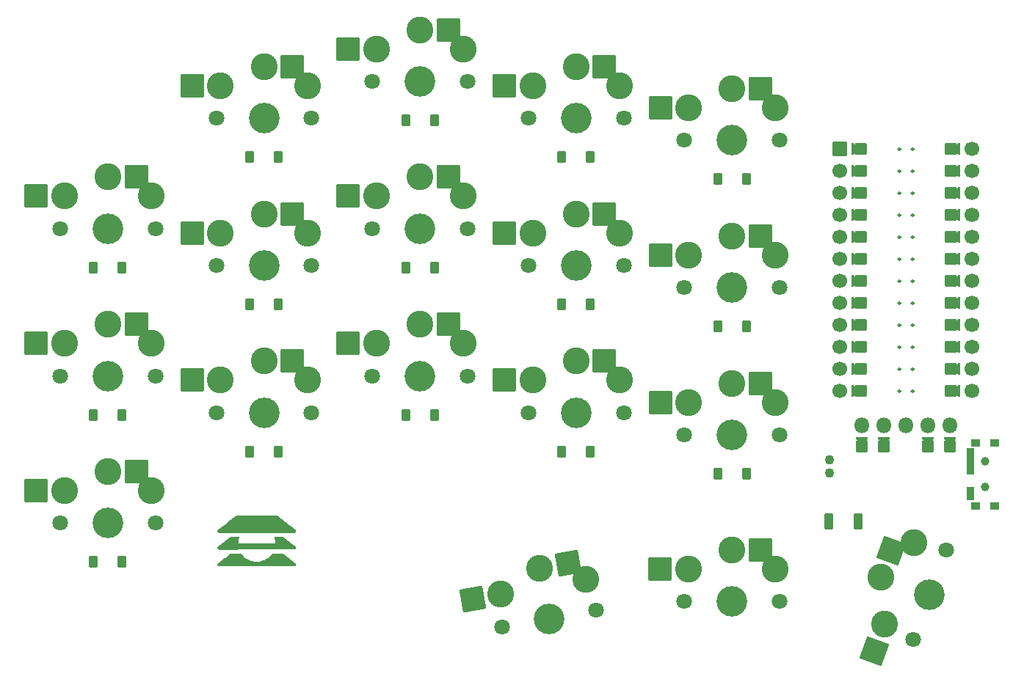
<source format=gbr>
%TF.GenerationSoftware,KiCad,Pcbnew,(6.0.9-0)*%
%TF.CreationDate,2022-12-29T18:14:32+01:00*%
%TF.ProjectId,beamer,6265616d-6572-42e6-9b69-6361645f7063,v1.0.0*%
%TF.SameCoordinates,Original*%
%TF.FileFunction,Soldermask,Top*%
%TF.FilePolarity,Negative*%
%FSLAX46Y46*%
G04 Gerber Fmt 4.6, Leading zero omitted, Abs format (unit mm)*
G04 Created by KiCad (PCBNEW (6.0.9-0)) date 2022-12-29 18:14:32*
%MOMM*%
%LPD*%
G01*
G04 APERTURE LIST*
G04 Aperture macros list*
%AMRoundRect*
0 Rectangle with rounded corners*
0 $1 Rounding radius*
0 $2 $3 $4 $5 $6 $7 $8 $9 X,Y pos of 4 corners*
0 Add a 4 corners polygon primitive as box body*
4,1,4,$2,$3,$4,$5,$6,$7,$8,$9,$2,$3,0*
0 Add four circle primitives for the rounded corners*
1,1,$1+$1,$2,$3*
1,1,$1+$1,$4,$5*
1,1,$1+$1,$6,$7*
1,1,$1+$1,$8,$9*
0 Add four rect primitives between the rounded corners*
20,1,$1+$1,$2,$3,$4,$5,0*
20,1,$1+$1,$4,$5,$6,$7,0*
20,1,$1+$1,$6,$7,$8,$9,0*
20,1,$1+$1,$8,$9,$2,$3,0*%
%AMFreePoly0*
4,1,14,0.635355,0.435355,0.650000,0.400000,0.650000,0.200000,0.635355,0.164645,0.035355,-0.435355,0.000000,-0.450000,-0.035355,-0.435355,-0.635355,0.164645,-0.650000,0.200000,-0.650000,0.400000,-0.635355,0.435355,-0.600000,0.450000,0.600000,0.450000,0.635355,0.435355,0.635355,0.435355,$1*%
%AMFreePoly1*
4,1,16,0.635355,1.035355,0.650000,1.000000,0.650000,-0.250000,0.635355,-0.285355,0.600000,-0.300000,-0.600000,-0.300000,-0.635355,-0.285355,-0.650000,-0.250000,-0.650000,1.000000,-0.635355,1.035355,-0.600000,1.050000,-0.564645,1.035355,0.000000,0.470710,0.564645,1.035355,0.600000,1.050000,0.635355,1.035355,0.635355,1.035355,$1*%
G04 Aperture macros list end*
%ADD10C,0.250000*%
%ADD11C,0.100000*%
%ADD12C,3.529000*%
%ADD13C,1.801800*%
%ADD14C,3.100000*%
%ADD15RoundRect,0.050000X-1.300000X-1.300000X1.300000X-1.300000X1.300000X1.300000X-1.300000X1.300000X0*%
%ADD16RoundRect,0.050000X0.450000X0.600000X-0.450000X0.600000X-0.450000X-0.600000X0.450000X-0.600000X0*%
%ADD17RoundRect,0.050000X-1.054507X-1.505993X1.505993X-1.054507X1.054507X1.505993X-1.505993X1.054507X0*%
%ADD18RoundRect,0.050000X0.776974X-1.666227X1.666227X0.776974X-0.776974X1.666227X-1.666227X-0.776974X0*%
%ADD19C,1.700000*%
%ADD20FreePoly0,90.000000*%
%ADD21FreePoly1,90.000000*%
%ADD22RoundRect,0.050000X-0.800000X0.800000X-0.800000X-0.800000X0.800000X-0.800000X0.800000X0.800000X0*%
%ADD23FreePoly1,270.000000*%
%ADD24FreePoly0,270.000000*%
%ADD25O,1.800000X1.800000*%
%ADD26FreePoly0,0.000000*%
%ADD27FreePoly1,0.000000*%
%ADD28C,1.000000*%
%ADD29RoundRect,0.050000X-0.350000X-0.750000X0.350000X-0.750000X0.350000X0.750000X-0.350000X0.750000X0*%
%ADD30RoundRect,0.050000X-0.500000X-0.400000X0.500000X-0.400000X0.500000X0.400000X-0.500000X0.400000X0*%
%ADD31RoundRect,0.050000X-0.450000X-0.850000X0.450000X-0.850000X0.450000X0.850000X-0.450000X0.850000X0*%
%ADD32C,1.100000*%
G04 APERTURE END LIST*
%TO.C,*%
G36*
X176507660Y-160188672D02*
G01*
X176629796Y-160188818D01*
X176735254Y-160189172D01*
X176825536Y-160189842D01*
X176902146Y-160190938D01*
X176966588Y-160192570D01*
X177020364Y-160194846D01*
X177064977Y-160197876D01*
X177101930Y-160201769D01*
X177132728Y-160206634D01*
X177158872Y-160212581D01*
X177181867Y-160219718D01*
X177203214Y-160228156D01*
X177224418Y-160238003D01*
X177230964Y-160241242D01*
X177253984Y-160254728D01*
X177288388Y-160277477D01*
X177331308Y-160307463D01*
X177379873Y-160342662D01*
X177431213Y-160381049D01*
X177456112Y-160400098D01*
X177624722Y-160530194D01*
X177779253Y-160649581D01*
X177920093Y-160758566D01*
X178047628Y-160857453D01*
X178162247Y-160946547D01*
X178264338Y-161026153D01*
X178354288Y-161096577D01*
X178432484Y-161158123D01*
X178499316Y-161211096D01*
X178555169Y-161255801D01*
X178600433Y-161292543D01*
X178635495Y-161321627D01*
X178660742Y-161343358D01*
X178676562Y-161358042D01*
X178682763Y-161365023D01*
X178698242Y-161394418D01*
X178711297Y-161430339D01*
X178715132Y-161445497D01*
X178718463Y-161503449D01*
X178705671Y-161559564D01*
X178678750Y-161610519D01*
X178639698Y-161652987D01*
X178590512Y-161683643D01*
X178566967Y-161692299D01*
X178562051Y-161693405D01*
X178554637Y-161694453D01*
X178544247Y-161695443D01*
X178530405Y-161696378D01*
X178512636Y-161697259D01*
X178490461Y-161698087D01*
X178463405Y-161698864D01*
X178430991Y-161699592D01*
X178392743Y-161700271D01*
X178348184Y-161700903D01*
X178296837Y-161701490D01*
X178238226Y-161702034D01*
X178171875Y-161702535D01*
X178097307Y-161702995D01*
X178014045Y-161703416D01*
X177921612Y-161703799D01*
X177819533Y-161704145D01*
X177707331Y-161704457D01*
X177584529Y-161704735D01*
X177450651Y-161704982D01*
X177305220Y-161705197D01*
X177147759Y-161705384D01*
X176977793Y-161705543D01*
X176794844Y-161705676D01*
X176598436Y-161705785D01*
X176388092Y-161705870D01*
X176163336Y-161705934D01*
X175923692Y-161705978D01*
X175668683Y-161706003D01*
X175397832Y-161706011D01*
X175110662Y-161706003D01*
X174806698Y-161705981D01*
X174485463Y-161705946D01*
X174177489Y-161705904D01*
X173838736Y-161705850D01*
X173517695Y-161705787D01*
X173213899Y-161705716D01*
X172926876Y-161705633D01*
X172656159Y-161705538D01*
X172401279Y-161705428D01*
X172161766Y-161705303D01*
X171937151Y-161705161D01*
X171726965Y-161705001D01*
X171530740Y-161704820D01*
X171348005Y-161704618D01*
X171178292Y-161704393D01*
X171021132Y-161704143D01*
X170876056Y-161703867D01*
X170742594Y-161703563D01*
X170620278Y-161703230D01*
X170508639Y-161702867D01*
X170407207Y-161702471D01*
X170315513Y-161702042D01*
X170233089Y-161701577D01*
X170159464Y-161701076D01*
X170094171Y-161700536D01*
X170036740Y-161699957D01*
X169986701Y-161699337D01*
X169943587Y-161698673D01*
X169906927Y-161697966D01*
X169876253Y-161697213D01*
X169851095Y-161696412D01*
X169830985Y-161695563D01*
X169815454Y-161694663D01*
X169804031Y-161693712D01*
X169796249Y-161692707D01*
X169792050Y-161691781D01*
X169745224Y-161668934D01*
X169708415Y-161638564D01*
X169671578Y-161589989D01*
X169649929Y-161535175D01*
X169643786Y-161477517D01*
X169653470Y-161420410D01*
X169679300Y-161367250D01*
X169682431Y-161362770D01*
X169693722Y-161351517D01*
X169718270Y-161330222D01*
X169754850Y-161299838D01*
X169802234Y-161261312D01*
X169859197Y-161215595D01*
X169924511Y-161163637D01*
X169996950Y-161106388D01*
X170075288Y-161044797D01*
X170158298Y-160979814D01*
X170244753Y-160912388D01*
X170333427Y-160843471D01*
X170423094Y-160774011D01*
X170512527Y-160704958D01*
X170600499Y-160637262D01*
X170685784Y-160571874D01*
X170767156Y-160509742D01*
X170843387Y-160451816D01*
X170913252Y-160399047D01*
X170975524Y-160352383D01*
X171028976Y-160312776D01*
X171072381Y-160281174D01*
X171104514Y-160258528D01*
X171124148Y-160245786D01*
X171126565Y-160244460D01*
X171148513Y-160233567D01*
X171169852Y-160224199D01*
X171192090Y-160216239D01*
X171216733Y-160209572D01*
X171245287Y-160204082D01*
X171279259Y-160199655D01*
X171320155Y-160196175D01*
X171369483Y-160193526D01*
X171428748Y-160191594D01*
X171499457Y-160190263D01*
X171583117Y-160189417D01*
X171681234Y-160188942D01*
X171795314Y-160188721D01*
X171855164Y-160188672D01*
X172383461Y-160188355D01*
X172452042Y-160281822D01*
X172573756Y-160432624D01*
X172708325Y-160571386D01*
X172854510Y-160697317D01*
X173011068Y-160809621D01*
X173176760Y-160907506D01*
X173350344Y-160990177D01*
X173530579Y-161056841D01*
X173716224Y-161106704D01*
X173754139Y-161114640D01*
X173831230Y-161129199D01*
X173899175Y-161139915D01*
X173963541Y-161147310D01*
X174029897Y-161151908D01*
X174103809Y-161154233D01*
X174181412Y-161154815D01*
X174374959Y-161147236D01*
X174560253Y-161124182D01*
X174739317Y-161085180D01*
X174914174Y-161029753D01*
X175086846Y-160957427D01*
X175146976Y-160928116D01*
X175312201Y-160834883D01*
X175469915Y-160726339D01*
X175618034Y-160604244D01*
X175754474Y-160470359D01*
X175877150Y-160326446D01*
X175909195Y-160283985D01*
X175979363Y-160188355D01*
X176507660Y-160188672D01*
G37*
G36*
X176520919Y-158251338D02*
G01*
X176598374Y-158251746D01*
X176677282Y-158252338D01*
X176755553Y-158253098D01*
X176831096Y-158254012D01*
X176901820Y-158255064D01*
X176965635Y-158256238D01*
X177020449Y-158257520D01*
X177064172Y-158258892D01*
X177094714Y-158260341D01*
X177109288Y-158261712D01*
X177128470Y-158265397D01*
X177146840Y-158269715D01*
X177165340Y-158275322D01*
X177184913Y-158282872D01*
X177206503Y-158293020D01*
X177231053Y-158306420D01*
X177259504Y-158323727D01*
X177292802Y-158345595D01*
X177331888Y-158372680D01*
X177377705Y-158405635D01*
X177431197Y-158445116D01*
X177493307Y-158491777D01*
X177564978Y-158546273D01*
X177647152Y-158609258D01*
X177740773Y-158681388D01*
X177846784Y-158763316D01*
X177966128Y-158855698D01*
X177976473Y-158863709D01*
X178092652Y-158953717D01*
X178195297Y-159033331D01*
X178285272Y-159103256D01*
X178363446Y-159164196D01*
X178430685Y-159216855D01*
X178487856Y-159261938D01*
X178535825Y-159300148D01*
X178575459Y-159332190D01*
X178607626Y-159358769D01*
X178633192Y-159380588D01*
X178653023Y-159398352D01*
X178667987Y-159412764D01*
X178678950Y-159424530D01*
X178686779Y-159434353D01*
X178692341Y-159442937D01*
X178694655Y-159447203D01*
X178714252Y-159504137D01*
X178717471Y-159562764D01*
X178705249Y-159619659D01*
X178678523Y-159671396D01*
X178638229Y-159714549D01*
X178617524Y-159729264D01*
X178573747Y-159756537D01*
X174190035Y-159758838D01*
X169806322Y-159761138D01*
X169757504Y-159735716D01*
X169709741Y-159701302D01*
X169674528Y-159656177D01*
X169652676Y-159603516D01*
X169644999Y-159546494D01*
X169652310Y-159488286D01*
X169675421Y-159432068D01*
X169678458Y-159426963D01*
X169688381Y-159416890D01*
X169711561Y-159396744D01*
X169746784Y-159367465D01*
X169792841Y-159329993D01*
X169848519Y-159285267D01*
X169912607Y-159234229D01*
X169983895Y-159177817D01*
X170061169Y-159116971D01*
X170143220Y-159052632D01*
X170228835Y-158985740D01*
X170316803Y-158917233D01*
X170405914Y-158848053D01*
X170494955Y-158779139D01*
X170582715Y-158711431D01*
X170667983Y-158645869D01*
X170749547Y-158583393D01*
X170826197Y-158524943D01*
X170896720Y-158471459D01*
X170959906Y-158423880D01*
X171014542Y-158383147D01*
X171059418Y-158350199D01*
X171093323Y-158325977D01*
X171115044Y-158311420D01*
X171119634Y-158308734D01*
X171143074Y-158296581D01*
X171165510Y-158286306D01*
X171188657Y-158277752D01*
X171214229Y-158270760D01*
X171243938Y-158265173D01*
X171279498Y-158260833D01*
X171322622Y-158257583D01*
X171375025Y-158255265D01*
X171438419Y-158253722D01*
X171514517Y-158252795D01*
X171605034Y-158252327D01*
X171711683Y-158252160D01*
X171734657Y-158252149D01*
X171838394Y-158252201D01*
X171925214Y-158252459D01*
X171996380Y-158252957D01*
X172053157Y-158253728D01*
X172096809Y-158254804D01*
X172128599Y-158256219D01*
X172149791Y-158258006D01*
X172161650Y-158260198D01*
X172165439Y-158262827D01*
X172165345Y-158263396D01*
X172123834Y-158387096D01*
X172089144Y-158522050D01*
X172062418Y-158662240D01*
X172044801Y-158801646D01*
X172037435Y-158934249D01*
X172037404Y-158936501D01*
X172035957Y-159047446D01*
X176326867Y-159047446D01*
X176325152Y-158931910D01*
X176317111Y-158792119D01*
X176297764Y-158645828D01*
X176268293Y-158499749D01*
X176229883Y-158360595D01*
X176218242Y-158325399D01*
X176207336Y-158293311D01*
X176199185Y-158268663D01*
X176195219Y-158255798D01*
X176195048Y-158254945D01*
X176203790Y-158253629D01*
X176228619Y-158252606D01*
X176267447Y-158251860D01*
X176318181Y-158251376D01*
X176378732Y-158251138D01*
X176447008Y-158251130D01*
X176520919Y-158251338D01*
G37*
G36*
X173079915Y-155816562D02*
G01*
X173248958Y-155816674D01*
X173433089Y-155816849D01*
X173632991Y-155817070D01*
X173849344Y-155817324D01*
X174082831Y-155817595D01*
X174215683Y-155817742D01*
X176463230Y-155820173D01*
X176522321Y-155840298D01*
X176563004Y-155856368D01*
X176605756Y-155876640D01*
X176631412Y-155890865D01*
X176643623Y-155899473D01*
X176669172Y-155918435D01*
X176707033Y-155946959D01*
X176756179Y-155984254D01*
X176815584Y-156029527D01*
X176884222Y-156081986D01*
X176961066Y-156140840D01*
X177045090Y-156205295D01*
X177135268Y-156274560D01*
X177230573Y-156347844D01*
X177329980Y-156424353D01*
X177432462Y-156503295D01*
X177536992Y-156583880D01*
X177642544Y-156665313D01*
X177748092Y-156746805D01*
X177852610Y-156827561D01*
X177955071Y-156906791D01*
X178054449Y-156983702D01*
X178149718Y-157057502D01*
X178239851Y-157127400D01*
X178323823Y-157192602D01*
X178400606Y-157252317D01*
X178469175Y-157305753D01*
X178528502Y-157352117D01*
X178577563Y-157390619D01*
X178615330Y-157420464D01*
X178640778Y-157440862D01*
X178652699Y-157450853D01*
X178687048Y-157494199D01*
X178709090Y-157546703D01*
X178717968Y-157603529D01*
X178712822Y-157659840D01*
X178697345Y-157702612D01*
X178670903Y-157741568D01*
X178635825Y-157776856D01*
X178597610Y-157803596D01*
X178570692Y-157814972D01*
X178560752Y-157815800D01*
X178536914Y-157816586D01*
X178498991Y-157817331D01*
X178446796Y-157818036D01*
X178380141Y-157818701D01*
X178298838Y-157819326D01*
X178202700Y-157819912D01*
X178091539Y-157820460D01*
X177965168Y-157820969D01*
X177823399Y-157821440D01*
X177666045Y-157821873D01*
X177492918Y-157822269D01*
X177303830Y-157822628D01*
X177098594Y-157822951D01*
X176877023Y-157823238D01*
X176638928Y-157823489D01*
X176384123Y-157823705D01*
X176112420Y-157823886D01*
X175823631Y-157824033D01*
X175517568Y-157824146D01*
X175194045Y-157824225D01*
X174852874Y-157824271D01*
X174493866Y-157824284D01*
X174176867Y-157824269D01*
X173834841Y-157824236D01*
X173510546Y-157824191D01*
X173203527Y-157824133D01*
X172913332Y-157824060D01*
X172639510Y-157823972D01*
X172381607Y-157823868D01*
X172139171Y-157823744D01*
X171911749Y-157823602D01*
X171698890Y-157823438D01*
X171500140Y-157823252D01*
X171315048Y-157823042D01*
X171143160Y-157822808D01*
X170984025Y-157822547D01*
X170837189Y-157822259D01*
X170702200Y-157821942D01*
X170578607Y-157821594D01*
X170465956Y-157821215D01*
X170363794Y-157820804D01*
X170271671Y-157820357D01*
X170189132Y-157819876D01*
X170115726Y-157819357D01*
X170050999Y-157818801D01*
X169994501Y-157818204D01*
X169945777Y-157817567D01*
X169904377Y-157816888D01*
X169869846Y-157816165D01*
X169841733Y-157815397D01*
X169819586Y-157814583D01*
X169802951Y-157813722D01*
X169791377Y-157812812D01*
X169784411Y-157811851D01*
X169782546Y-157811363D01*
X169732729Y-157784728D01*
X169693536Y-157746124D01*
X169665618Y-157698785D01*
X169649625Y-157645944D01*
X169646206Y-157590833D01*
X169656010Y-157536686D01*
X169679689Y-157486735D01*
X169710125Y-157450979D01*
X169720328Y-157442665D01*
X169744094Y-157423928D01*
X169780571Y-157395427D01*
X169828908Y-157357822D01*
X169888252Y-157311770D01*
X169957752Y-157257931D01*
X170036556Y-157196963D01*
X170123812Y-157129525D01*
X170218668Y-157056276D01*
X170320274Y-156977875D01*
X170427776Y-156894981D01*
X170540323Y-156808251D01*
X170657064Y-156718346D01*
X170726865Y-156664616D01*
X170872014Y-156553023D01*
X171008212Y-156448550D01*
X171134983Y-156351555D01*
X171251852Y-156262397D01*
X171358343Y-156181434D01*
X171453980Y-156109027D01*
X171538288Y-156045533D01*
X171610791Y-155991311D01*
X171671014Y-155946721D01*
X171718480Y-155912121D01*
X171752716Y-155887869D01*
X171773244Y-155874326D01*
X171776865Y-155872300D01*
X171788310Y-155866335D01*
X171798481Y-155860799D01*
X171808060Y-155855676D01*
X171817729Y-155850951D01*
X171828170Y-155846608D01*
X171840065Y-155842634D01*
X171854095Y-155839012D01*
X171870942Y-155835726D01*
X171891288Y-155832763D01*
X171915815Y-155830106D01*
X171945204Y-155827741D01*
X171980136Y-155825652D01*
X172021295Y-155823823D01*
X172069361Y-155822240D01*
X172125016Y-155820888D01*
X172188942Y-155819750D01*
X172261821Y-155818812D01*
X172344334Y-155818059D01*
X172437164Y-155817475D01*
X172540991Y-155817046D01*
X172656498Y-155816755D01*
X172784367Y-155816587D01*
X172925279Y-155816528D01*
X173079915Y-155816562D01*
G37*
D10*
X248418000Y-141470000D02*
G75*
G03*
X248418000Y-141470000I-125000J0D01*
G01*
X249942000Y-141470000D02*
G75*
G03*
X249942000Y-141470000I-125000J0D01*
G01*
X248418000Y-138930000D02*
G75*
G03*
X248418000Y-138930000I-125000J0D01*
G01*
X249942000Y-138930000D02*
G75*
G03*
X249942000Y-138930000I-125000J0D01*
G01*
X248418000Y-136390000D02*
G75*
G03*
X248418000Y-136390000I-125000J0D01*
G01*
X249942000Y-136390000D02*
G75*
G03*
X249942000Y-136390000I-125000J0D01*
G01*
X248418000Y-133850000D02*
G75*
G03*
X248418000Y-133850000I-125000J0D01*
G01*
X249942000Y-133850000D02*
G75*
G03*
X249942000Y-133850000I-125000J0D01*
G01*
X248418000Y-131310000D02*
G75*
G03*
X248418000Y-131310000I-125000J0D01*
G01*
X249942000Y-131310000D02*
G75*
G03*
X249942000Y-131310000I-125000J0D01*
G01*
X248418000Y-128770000D02*
G75*
G03*
X248418000Y-128770000I-125000J0D01*
G01*
X249942000Y-128770000D02*
G75*
G03*
X249942000Y-128770000I-125000J0D01*
G01*
X248418000Y-126230000D02*
G75*
G03*
X248418000Y-126230000I-125000J0D01*
G01*
X249942000Y-126230000D02*
G75*
G03*
X249942000Y-126230000I-125000J0D01*
G01*
X248418000Y-123690000D02*
G75*
G03*
X248418000Y-123690000I-125000J0D01*
G01*
X249942000Y-123690000D02*
G75*
G03*
X249942000Y-123690000I-125000J0D01*
G01*
X248418000Y-121150000D02*
G75*
G03*
X248418000Y-121150000I-125000J0D01*
G01*
X249942000Y-121150000D02*
G75*
G03*
X249942000Y-121150000I-125000J0D01*
G01*
X248418000Y-118610000D02*
G75*
G03*
X248418000Y-118610000I-125000J0D01*
G01*
X249942000Y-118610000D02*
G75*
G03*
X249942000Y-118610000I-125000J0D01*
G01*
X249942000Y-116070000D02*
G75*
G03*
X249942000Y-116070000I-125000J0D01*
G01*
X248418000Y-116070000D02*
G75*
G03*
X248418000Y-116070000I-125000J0D01*
G01*
X248418000Y-113530000D02*
G75*
G03*
X248418000Y-113530000I-125000J0D01*
G01*
X249942000Y-113530000D02*
G75*
G03*
X249942000Y-113530000I-125000J0D01*
G01*
G36*
X255151000Y-114038000D02*
G01*
X254135000Y-114038000D01*
X254135000Y-113022000D01*
X255151000Y-113022000D01*
X255151000Y-114038000D01*
G37*
D11*
X255151000Y-114038000D02*
X254135000Y-114038000D01*
X254135000Y-113022000D01*
X255151000Y-113022000D01*
X255151000Y-114038000D01*
G36*
X255151000Y-129278000D02*
G01*
X254135000Y-129278000D01*
X254135000Y-128262000D01*
X255151000Y-128262000D01*
X255151000Y-129278000D01*
G37*
X255151000Y-129278000D02*
X254135000Y-129278000D01*
X254135000Y-128262000D01*
X255151000Y-128262000D01*
X255151000Y-129278000D01*
G36*
X255151000Y-116578000D02*
G01*
X254135000Y-116578000D01*
X254135000Y-115562000D01*
X255151000Y-115562000D01*
X255151000Y-116578000D01*
G37*
X255151000Y-116578000D02*
X254135000Y-116578000D01*
X254135000Y-115562000D01*
X255151000Y-115562000D01*
X255151000Y-116578000D01*
G36*
X255151000Y-119118000D02*
G01*
X254135000Y-119118000D01*
X254135000Y-118102000D01*
X255151000Y-118102000D01*
X255151000Y-119118000D01*
G37*
X255151000Y-119118000D02*
X254135000Y-119118000D01*
X254135000Y-118102000D01*
X255151000Y-118102000D01*
X255151000Y-119118000D01*
G36*
X255151000Y-124198000D02*
G01*
X254135000Y-124198000D01*
X254135000Y-123182000D01*
X255151000Y-123182000D01*
X255151000Y-124198000D01*
G37*
X255151000Y-124198000D02*
X254135000Y-124198000D01*
X254135000Y-123182000D01*
X255151000Y-123182000D01*
X255151000Y-124198000D01*
G36*
X255151000Y-126738000D02*
G01*
X254135000Y-126738000D01*
X254135000Y-125722000D01*
X255151000Y-125722000D01*
X255151000Y-126738000D01*
G37*
X255151000Y-126738000D02*
X254135000Y-126738000D01*
X254135000Y-125722000D01*
X255151000Y-125722000D01*
X255151000Y-126738000D01*
G36*
X255151000Y-134358000D02*
G01*
X254135000Y-134358000D01*
X254135000Y-133342000D01*
X255151000Y-133342000D01*
X255151000Y-134358000D01*
G37*
X255151000Y-134358000D02*
X254135000Y-134358000D01*
X254135000Y-133342000D01*
X255151000Y-133342000D01*
X255151000Y-134358000D01*
G36*
X255151000Y-139438000D02*
G01*
X254135000Y-139438000D01*
X254135000Y-138422000D01*
X255151000Y-138422000D01*
X255151000Y-139438000D01*
G37*
X255151000Y-139438000D02*
X254135000Y-139438000D01*
X254135000Y-138422000D01*
X255151000Y-138422000D01*
X255151000Y-139438000D01*
G36*
X255151000Y-121658000D02*
G01*
X254135000Y-121658000D01*
X254135000Y-120642000D01*
X255151000Y-120642000D01*
X255151000Y-121658000D01*
G37*
X255151000Y-121658000D02*
X254135000Y-121658000D01*
X254135000Y-120642000D01*
X255151000Y-120642000D01*
X255151000Y-121658000D01*
G36*
X255151000Y-131818000D02*
G01*
X254135000Y-131818000D01*
X254135000Y-130802000D01*
X255151000Y-130802000D01*
X255151000Y-131818000D01*
G37*
X255151000Y-131818000D02*
X254135000Y-131818000D01*
X254135000Y-130802000D01*
X255151000Y-130802000D01*
X255151000Y-131818000D01*
G36*
X255151000Y-136898000D02*
G01*
X254135000Y-136898000D01*
X254135000Y-135882000D01*
X255151000Y-135882000D01*
X255151000Y-136898000D01*
G37*
X255151000Y-136898000D02*
X254135000Y-136898000D01*
X254135000Y-135882000D01*
X255151000Y-135882000D01*
X255151000Y-136898000D01*
G36*
X255151000Y-141978000D02*
G01*
X254135000Y-141978000D01*
X254135000Y-140962000D01*
X255151000Y-140962000D01*
X255151000Y-141978000D01*
G37*
X255151000Y-141978000D02*
X254135000Y-141978000D01*
X254135000Y-140962000D01*
X255151000Y-140962000D01*
X255151000Y-141978000D01*
G36*
X243975000Y-141978000D02*
G01*
X242959000Y-141978000D01*
X242959000Y-140962000D01*
X243975000Y-140962000D01*
X243975000Y-141978000D01*
G37*
X243975000Y-141978000D02*
X242959000Y-141978000D01*
X242959000Y-140962000D01*
X243975000Y-140962000D01*
X243975000Y-141978000D01*
G36*
X243975000Y-139438000D02*
G01*
X242959000Y-139438000D01*
X242959000Y-138422000D01*
X243975000Y-138422000D01*
X243975000Y-139438000D01*
G37*
X243975000Y-139438000D02*
X242959000Y-139438000D01*
X242959000Y-138422000D01*
X243975000Y-138422000D01*
X243975000Y-139438000D01*
G36*
X243975000Y-136898000D02*
G01*
X242959000Y-136898000D01*
X242959000Y-135882000D01*
X243975000Y-135882000D01*
X243975000Y-136898000D01*
G37*
X243975000Y-136898000D02*
X242959000Y-136898000D01*
X242959000Y-135882000D01*
X243975000Y-135882000D01*
X243975000Y-136898000D01*
G36*
X243975000Y-134358000D02*
G01*
X242959000Y-134358000D01*
X242959000Y-133342000D01*
X243975000Y-133342000D01*
X243975000Y-134358000D01*
G37*
X243975000Y-134358000D02*
X242959000Y-134358000D01*
X242959000Y-133342000D01*
X243975000Y-133342000D01*
X243975000Y-134358000D01*
G36*
X243975000Y-131818000D02*
G01*
X242959000Y-131818000D01*
X242959000Y-130802000D01*
X243975000Y-130802000D01*
X243975000Y-131818000D01*
G37*
X243975000Y-131818000D02*
X242959000Y-131818000D01*
X242959000Y-130802000D01*
X243975000Y-130802000D01*
X243975000Y-131818000D01*
G36*
X243975000Y-129278000D02*
G01*
X242959000Y-129278000D01*
X242959000Y-128262000D01*
X243975000Y-128262000D01*
X243975000Y-129278000D01*
G37*
X243975000Y-129278000D02*
X242959000Y-129278000D01*
X242959000Y-128262000D01*
X243975000Y-128262000D01*
X243975000Y-129278000D01*
G36*
X243975000Y-126738000D02*
G01*
X242959000Y-126738000D01*
X242959000Y-125722000D01*
X243975000Y-125722000D01*
X243975000Y-126738000D01*
G37*
X243975000Y-126738000D02*
X242959000Y-126738000D01*
X242959000Y-125722000D01*
X243975000Y-125722000D01*
X243975000Y-126738000D01*
G36*
X243975000Y-124198000D02*
G01*
X242959000Y-124198000D01*
X242959000Y-123182000D01*
X243975000Y-123182000D01*
X243975000Y-124198000D01*
G37*
X243975000Y-124198000D02*
X242959000Y-124198000D01*
X242959000Y-123182000D01*
X243975000Y-123182000D01*
X243975000Y-124198000D01*
G36*
X243975000Y-121658000D02*
G01*
X242959000Y-121658000D01*
X242959000Y-120642000D01*
X243975000Y-120642000D01*
X243975000Y-121658000D01*
G37*
X243975000Y-121658000D02*
X242959000Y-121658000D01*
X242959000Y-120642000D01*
X243975000Y-120642000D01*
X243975000Y-121658000D01*
G36*
X243975000Y-119118000D02*
G01*
X242959000Y-119118000D01*
X242959000Y-118102000D01*
X243975000Y-118102000D01*
X243975000Y-119118000D01*
G37*
X243975000Y-119118000D02*
X242959000Y-119118000D01*
X242959000Y-118102000D01*
X243975000Y-118102000D01*
X243975000Y-119118000D01*
G36*
X243975000Y-116578000D02*
G01*
X242959000Y-116578000D01*
X242959000Y-115562000D01*
X243975000Y-115562000D01*
X243975000Y-116578000D01*
G37*
X243975000Y-116578000D02*
X242959000Y-116578000D01*
X242959000Y-115562000D01*
X243975000Y-115562000D01*
X243975000Y-116578000D01*
G36*
X243975000Y-114038000D02*
G01*
X242959000Y-114038000D01*
X242959000Y-113022000D01*
X243975000Y-113022000D01*
X243975000Y-114038000D01*
G37*
X243975000Y-114038000D02*
X242959000Y-114038000D01*
X242959000Y-113022000D01*
X243975000Y-113022000D01*
X243975000Y-114038000D01*
G36*
X244491000Y-147966000D02*
G01*
X243475000Y-147966000D01*
X243475000Y-146950000D01*
X244491000Y-146950000D01*
X244491000Y-147966000D01*
G37*
X244491000Y-147966000D02*
X243475000Y-147966000D01*
X243475000Y-146950000D01*
X244491000Y-146950000D01*
X244491000Y-147966000D01*
G36*
X247031000Y-147966000D02*
G01*
X246015000Y-147966000D01*
X246015000Y-146950000D01*
X247031000Y-146950000D01*
X247031000Y-147966000D01*
G37*
X247031000Y-147966000D02*
X246015000Y-147966000D01*
X246015000Y-146950000D01*
X247031000Y-146950000D01*
X247031000Y-147966000D01*
G36*
X252111000Y-147966000D02*
G01*
X251095000Y-147966000D01*
X251095000Y-146950000D01*
X252111000Y-146950000D01*
X252111000Y-147966000D01*
G37*
X252111000Y-147966000D02*
X251095000Y-147966000D01*
X251095000Y-146950000D01*
X252111000Y-146950000D01*
X252111000Y-147966000D01*
G36*
X254651000Y-147966000D02*
G01*
X253635000Y-147966000D01*
X253635000Y-146950000D01*
X254651000Y-146950000D01*
X254651000Y-147966000D01*
G37*
X254651000Y-147966000D02*
X253635000Y-147966000D01*
X253635000Y-146950000D01*
X254651000Y-146950000D01*
X254651000Y-147966000D01*
%TD*%
D12*
%TO.C,*%
X157000000Y-156700000D03*
D13*
X162500000Y-156700000D03*
X151500000Y-156700000D03*
D14*
X162000000Y-152950000D03*
X157000000Y-150750000D03*
X152000000Y-152950000D03*
X157000000Y-150750000D03*
D15*
X160275000Y-150750000D03*
X148725000Y-152950000D03*
%TD*%
D16*
%TO.C,D1*%
X158650000Y-161200000D03*
X155350000Y-161200000D03*
%TD*%
D12*
%TO.C,*%
X157000000Y-139700000D03*
D13*
X162500000Y-139700000D03*
X151500000Y-139700000D03*
D14*
X162000000Y-135950000D03*
X157000000Y-133750000D03*
X152000000Y-135950000D03*
X157000000Y-133750000D03*
D15*
X160275000Y-133750000D03*
X148725000Y-135950000D03*
%TD*%
D16*
%TO.C,D2*%
X158650000Y-144200000D03*
X155350000Y-144200000D03*
%TD*%
D12*
%TO.C,*%
X157000000Y-122700000D03*
D13*
X162500000Y-122700000D03*
X151500000Y-122700000D03*
D14*
X162000000Y-118950000D03*
X157000000Y-116750000D03*
X152000000Y-118950000D03*
X157000000Y-116750000D03*
D15*
X160275000Y-116750000D03*
X148725000Y-118950000D03*
%TD*%
D16*
%TO.C,D3*%
X158650000Y-127200000D03*
X155350000Y-127200000D03*
%TD*%
D12*
%TO.C,*%
X175000000Y-143950000D03*
D13*
X180500000Y-143950000D03*
X169500000Y-143950000D03*
D14*
X180000000Y-140200000D03*
X175000000Y-138000000D03*
X170000000Y-140200000D03*
X175000000Y-138000000D03*
D15*
X178275000Y-138000000D03*
X166725000Y-140200000D03*
%TD*%
D16*
%TO.C,D4*%
X176650000Y-148450000D03*
X173350000Y-148450000D03*
%TD*%
D12*
%TO.C,*%
X175000000Y-126950000D03*
D13*
X180500000Y-126950000D03*
X169500000Y-126950000D03*
D14*
X180000000Y-123200000D03*
X175000000Y-121000000D03*
X170000000Y-123200000D03*
X175000000Y-121000000D03*
D15*
X178275000Y-121000000D03*
X166725000Y-123200000D03*
%TD*%
D16*
%TO.C,D5*%
X176650000Y-131450000D03*
X173350000Y-131450000D03*
%TD*%
D12*
%TO.C,*%
X175000000Y-109950000D03*
D13*
X180500000Y-109950000D03*
X169500000Y-109950000D03*
D14*
X180000000Y-106200000D03*
X175000000Y-104000000D03*
X170000000Y-106200000D03*
X175000000Y-104000000D03*
D15*
X178275000Y-104000000D03*
X166725000Y-106200000D03*
%TD*%
D16*
%TO.C,D6*%
X176650000Y-114450000D03*
X173350000Y-114450000D03*
%TD*%
D12*
%TO.C,*%
X193000000Y-139700000D03*
D13*
X198500000Y-139700000D03*
X187500000Y-139700000D03*
D14*
X198000000Y-135950000D03*
X193000000Y-133750000D03*
X188000000Y-135950000D03*
X193000000Y-133750000D03*
D15*
X196275000Y-133750000D03*
X184725000Y-135950000D03*
%TD*%
D16*
%TO.C,D7*%
X194650000Y-144200000D03*
X191350000Y-144200000D03*
%TD*%
D12*
%TO.C,*%
X193000000Y-122700000D03*
D13*
X198500000Y-122700000D03*
X187500000Y-122700000D03*
D14*
X198000000Y-118950000D03*
X193000000Y-116750000D03*
X188000000Y-118950000D03*
X193000000Y-116750000D03*
D15*
X196275000Y-116750000D03*
X184725000Y-118950000D03*
%TD*%
D16*
%TO.C,D8*%
X194650000Y-127200000D03*
X191350000Y-127200000D03*
%TD*%
D12*
%TO.C,*%
X193000000Y-105700000D03*
D13*
X198500000Y-105700000D03*
X187500000Y-105700000D03*
D14*
X198000000Y-101950000D03*
X193000000Y-99750000D03*
X188000000Y-101950000D03*
X193000000Y-99750000D03*
D15*
X196275000Y-99750000D03*
X184725000Y-101950000D03*
%TD*%
D16*
%TO.C,D9*%
X194650000Y-110200000D03*
X191350000Y-110200000D03*
%TD*%
D12*
%TO.C,*%
X211000000Y-143950000D03*
D13*
X216500000Y-143950000D03*
X205500000Y-143950000D03*
D14*
X216000000Y-140200000D03*
X211000000Y-138000000D03*
X206000000Y-140200000D03*
X211000000Y-138000000D03*
D15*
X214275000Y-138000000D03*
X202725000Y-140200000D03*
%TD*%
D16*
%TO.C,D10*%
X212650000Y-148450000D03*
X209350000Y-148450000D03*
%TD*%
D12*
%TO.C,*%
X211000000Y-126950000D03*
D13*
X216500000Y-126950000D03*
X205500000Y-126950000D03*
D14*
X216000000Y-123200000D03*
X211000000Y-121000000D03*
X206000000Y-123200000D03*
X211000000Y-121000000D03*
D15*
X214275000Y-121000000D03*
X202725000Y-123200000D03*
%TD*%
D16*
%TO.C,D11*%
X212650000Y-131450000D03*
X209350000Y-131450000D03*
%TD*%
D12*
%TO.C,*%
X211000000Y-109950000D03*
D13*
X216500000Y-109950000D03*
X205500000Y-109950000D03*
D14*
X216000000Y-106200000D03*
X211000000Y-104000000D03*
X206000000Y-106200000D03*
X211000000Y-104000000D03*
D15*
X214275000Y-104000000D03*
X202725000Y-106200000D03*
%TD*%
D16*
%TO.C,D12*%
X212650000Y-114450000D03*
X209350000Y-114450000D03*
%TD*%
D12*
%TO.C,*%
X229000000Y-146500000D03*
D13*
X234500000Y-146500000D03*
X223500000Y-146500000D03*
D14*
X234000000Y-142750000D03*
X229000000Y-140550000D03*
X224000000Y-142750000D03*
X229000000Y-140550000D03*
D15*
X232275000Y-140550000D03*
X220725000Y-142750000D03*
%TD*%
D16*
%TO.C,D13*%
X230650000Y-151000000D03*
X227350000Y-151000000D03*
%TD*%
D12*
%TO.C,*%
X229000000Y-129500000D03*
D13*
X234500000Y-129500000D03*
X223500000Y-129500000D03*
D14*
X234000000Y-125750000D03*
X229000000Y-123550000D03*
X224000000Y-125750000D03*
X229000000Y-123550000D03*
D15*
X232275000Y-123550000D03*
X220725000Y-125750000D03*
%TD*%
D16*
%TO.C,D14*%
X230650000Y-134000000D03*
X227350000Y-134000000D03*
%TD*%
D12*
%TO.C,*%
X229000000Y-112500000D03*
D13*
X234500000Y-112500000D03*
X223500000Y-112500000D03*
D14*
X234000000Y-108750000D03*
X229000000Y-106550000D03*
X224000000Y-108750000D03*
X229000000Y-106550000D03*
D15*
X232275000Y-106550000D03*
X220725000Y-108750000D03*
%TD*%
D16*
%TO.C,D15*%
X230650000Y-117000000D03*
X227350000Y-117000000D03*
%TD*%
D12*
%TO.C,*%
X207860721Y-167741968D03*
D13*
X213277164Y-166786903D03*
X202444278Y-168697033D03*
D14*
X212133579Y-163180698D03*
X206827514Y-161882362D03*
X202285502Y-164917180D03*
X206827514Y-161882362D03*
D17*
X210052760Y-161313664D03*
X199060256Y-165485878D03*
%TD*%
D15*
%TO.C,*%
X220697654Y-161987433D03*
X232247654Y-159787433D03*
D14*
X228972654Y-159787433D03*
X223972654Y-161987433D03*
X228972654Y-159787433D03*
X233972654Y-161987433D03*
D13*
X223472654Y-165737433D03*
X234472654Y-165737433D03*
D12*
X228972654Y-165737433D03*
%TD*%
%TO.C,*%
X251777313Y-164958754D03*
D13*
X253658424Y-159790445D03*
X249896202Y-170127063D03*
D14*
X249963566Y-158977715D03*
X246186142Y-162923734D03*
X246543365Y-168374642D03*
X246186142Y-162923734D03*
D18*
X247306258Y-159846241D03*
X245423249Y-171452135D03*
%TD*%
D19*
%TO.C,*%
X241435000Y-113530000D03*
X241435000Y-116070000D03*
X241435000Y-118610000D03*
X241435000Y-121150000D03*
X241435000Y-123690000D03*
X241435000Y-126230000D03*
X241435000Y-128770000D03*
X241435000Y-131310000D03*
X241435000Y-133850000D03*
X241435000Y-136390000D03*
X241435000Y-138930000D03*
X241435000Y-141470000D03*
X256675000Y-141470000D03*
X256675000Y-138930000D03*
X256675000Y-136390000D03*
X256675000Y-133850000D03*
X256675000Y-131310000D03*
X256675000Y-128770000D03*
X256675000Y-126230000D03*
X256675000Y-123690000D03*
X256675000Y-121150000D03*
X256675000Y-118610000D03*
X256675000Y-116070000D03*
X256675000Y-113530000D03*
D20*
X243213000Y-113530000D03*
D21*
X244229000Y-113530000D03*
D22*
X241435000Y-113530000D03*
D20*
X243213000Y-116070000D03*
D21*
X244229000Y-116070000D03*
D20*
X243213000Y-118610000D03*
D21*
X244229000Y-118610000D03*
D20*
X243213000Y-121150000D03*
D21*
X244229000Y-121150000D03*
D20*
X243213000Y-123690000D03*
D21*
X244229000Y-123690000D03*
D20*
X243213000Y-126230000D03*
D21*
X244229000Y-126230000D03*
D20*
X243213000Y-128770000D03*
D21*
X244229000Y-128770000D03*
D20*
X243213000Y-131310000D03*
D21*
X244229000Y-131310000D03*
D20*
X243213000Y-133850000D03*
D21*
X244229000Y-133850000D03*
D20*
X243213000Y-136390000D03*
D21*
X244229000Y-136390000D03*
D20*
X243213000Y-138930000D03*
D21*
X244229000Y-138930000D03*
D20*
X243213000Y-141470000D03*
D21*
X244229000Y-141470000D03*
D23*
X253881000Y-113530000D03*
X253881000Y-118610000D03*
D24*
X254897000Y-118610000D03*
X254897000Y-113530000D03*
D23*
X253881000Y-116070000D03*
X253881000Y-121150000D03*
D24*
X254897000Y-116070000D03*
X254897000Y-121150000D03*
D23*
X253881000Y-126230000D03*
X253881000Y-128770000D03*
D24*
X254897000Y-128770000D03*
D23*
X253881000Y-131310000D03*
X253881000Y-141470000D03*
D24*
X254897000Y-131310000D03*
X254897000Y-141470000D03*
D23*
X253881000Y-133850000D03*
D24*
X254897000Y-123690000D03*
X254897000Y-126230000D03*
X254897000Y-133850000D03*
D23*
X253881000Y-136390000D03*
D24*
X254897000Y-136390000D03*
X254897000Y-138930000D03*
D23*
X253881000Y-138930000D03*
X253881000Y-123690000D03*
%TD*%
D25*
%TO.C,*%
X243975000Y-145400000D03*
X246515000Y-145400000D03*
X249055000Y-145400000D03*
X251595000Y-145400000D03*
X254135000Y-145400000D03*
%TD*%
D26*
%TO.C,*%
X243983000Y-147204000D03*
D27*
X243983000Y-148220000D03*
%TD*%
D26*
%TO.C,*%
X246523000Y-147204000D03*
D27*
X246523000Y-148220000D03*
%TD*%
%TO.C,*%
X251603000Y-148220000D03*
D26*
X251603000Y-147204000D03*
%TD*%
%TO.C,*%
X254143000Y-147204000D03*
D27*
X254143000Y-148220000D03*
%TD*%
D28*
%TO.C,*%
X258220000Y-152550000D03*
X258220000Y-149550000D03*
D29*
X256460000Y-153300000D03*
X256460000Y-150300000D03*
X256460000Y-148800000D03*
D30*
X259320000Y-154700000D03*
X259320000Y-147400000D03*
X257110000Y-147400000D03*
X257110000Y-154700000D03*
D28*
X258220000Y-152550000D03*
X258220000Y-149550000D03*
%TD*%
D31*
%TO.C,*%
X243555000Y-156490000D03*
X240155000Y-156490000D03*
%TD*%
D32*
%TO.C,*%
X240255000Y-149390000D03*
X240255000Y-150890000D03*
%TD*%
M02*

</source>
